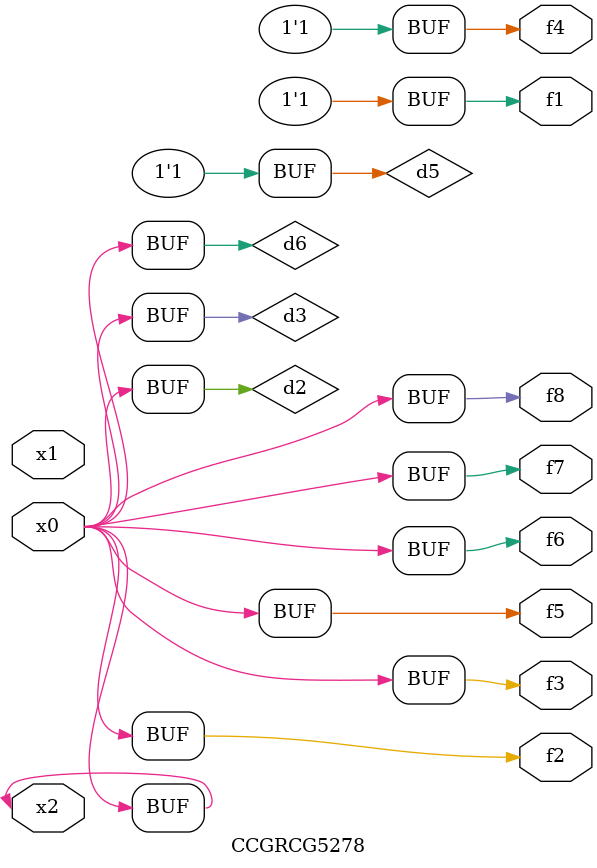
<source format=v>
module CCGRCG5278(
	input x0, x1, x2,
	output f1, f2, f3, f4, f5, f6, f7, f8
);

	wire d1, d2, d3, d4, d5, d6;

	xnor (d1, x2);
	buf (d2, x0, x2);
	and (d3, x0);
	xnor (d4, x1, x2);
	nand (d5, d1, d3);
	buf (d6, d2, d3);
	assign f1 = d5;
	assign f2 = d6;
	assign f3 = d6;
	assign f4 = d5;
	assign f5 = d6;
	assign f6 = d6;
	assign f7 = d6;
	assign f8 = d6;
endmodule

</source>
